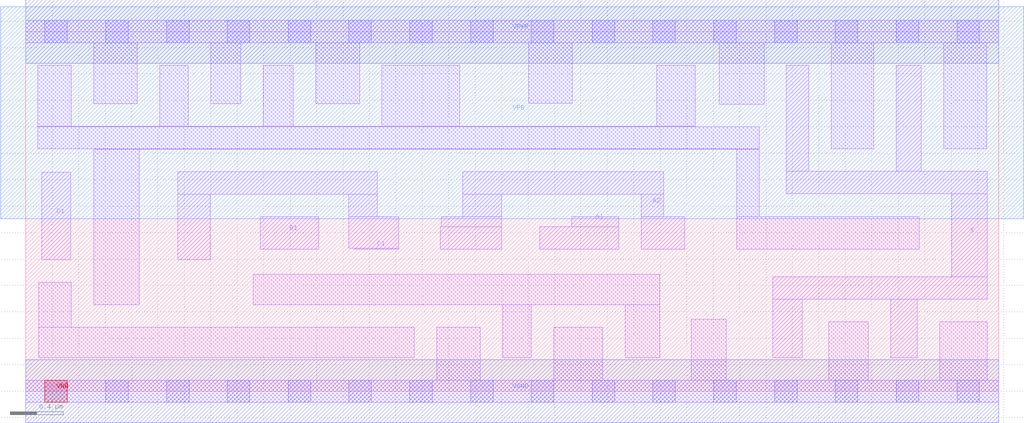
<source format=lef>
# Copyright 2020 The SkyWater PDK Authors
#
# Licensed under the Apache License, Version 2.0 (the "License");
# you may not use this file except in compliance with the License.
# You may obtain a copy of the License at
#
#     https://www.apache.org/licenses/LICENSE-2.0
#
# Unless required by applicable law or agreed to in writing, software
# distributed under the License is distributed on an "AS IS" BASIS,
# WITHOUT WARRANTIES OR CONDITIONS OF ANY KIND, either express or implied.
# See the License for the specific language governing permissions and
# limitations under the License.
#
# SPDX-License-Identifier: Apache-2.0

VERSION 5.7 ;
  NOWIREEXTENSIONATPIN ON ;
  DIVIDERCHAR "/" ;
  BUSBITCHARS "[]" ;
MACRO sky130_fd_sc_hd__o2111a_4
  CLASS CORE ;
  FOREIGN sky130_fd_sc_hd__o2111a_4 ;
  ORIGIN  0.000000  0.000000 ;
  SIZE  7.360000 BY  2.720000 ;
  SYMMETRY X Y R90 ;
  SITE unithd ;
  PIN A1
    ANTENNAGATEAREA  0.495000 ;
    DIRECTION INPUT ;
    USE SIGNAL ;
    PORT
      LAYER li1 ;
        RECT 3.890000 1.075000 4.485000 1.245000 ;
        RECT 4.130000 1.245000 4.485000 1.320000 ;
    END
  END A1
  PIN A2
    ANTENNAGATEAREA  0.495000 ;
    DIRECTION INPUT ;
    USE SIGNAL ;
    PORT
      LAYER li1 ;
        RECT 3.135000 1.075000 3.600000 1.245000 ;
        RECT 3.145000 1.245000 3.600000 1.320000 ;
        RECT 3.305000 1.320000 3.600000 1.490000 ;
        RECT 3.305000 1.490000 4.825000 1.660000 ;
        RECT 4.655000 1.075000 4.985000 1.320000 ;
        RECT 4.655000 1.320000 4.825000 1.490000 ;
    END
  END A2
  PIN B1
    ANTENNAGATEAREA  0.495000 ;
    DIRECTION INPUT ;
    USE SIGNAL ;
    PORT
      LAYER li1 ;
        RECT 1.775000 1.075000 2.215000 1.320000 ;
    END
  END B1
  PIN C1
    ANTENNAGATEAREA  0.495000 ;
    DIRECTION INPUT ;
    USE SIGNAL ;
    PORT
      LAYER li1 ;
        RECT 1.150000 0.995000 1.395000 1.490000 ;
        RECT 1.150000 1.490000 2.660000 1.660000 ;
        RECT 2.445000 1.080000 2.820000 1.320000 ;
        RECT 2.445000 1.320000 2.660000 1.490000 ;
        RECT 2.490000 1.075000 2.820000 1.080000 ;
    END
  END C1
  PIN D1
    ANTENNAGATEAREA  0.495000 ;
    DIRECTION INPUT ;
    USE SIGNAL ;
    PORT
      LAYER li1 ;
        RECT 0.120000 0.995000 0.340000 1.655000 ;
    END
  END D1
  PIN VNB
    PORT
      LAYER pwell ;
        RECT 0.145000 -0.085000 0.315000 0.085000 ;
    END
  END VNB
  PIN VPB
    PORT
      LAYER nwell ;
        RECT -0.190000 1.305000 7.550000 2.910000 ;
    END
  END VPB
  PIN X
    ANTENNADIFFAREA  0.962500 ;
    DIRECTION OUTPUT ;
    USE SIGNAL ;
    PORT
      LAYER li1 ;
        RECT 5.650000 0.255000 5.875000 0.695000 ;
        RECT 5.650000 0.695000 7.275000 0.865000 ;
        RECT 5.755000 1.495000 7.275000 1.665000 ;
        RECT 5.755000 1.665000 5.925000 2.465000 ;
        RECT 6.545000 0.255000 6.745000 0.695000 ;
        RECT 6.585000 1.665000 6.775000 2.465000 ;
        RECT 7.005000 0.865000 7.275000 1.495000 ;
    END
  END X
  PIN VGND
    DIRECTION INOUT ;
    SHAPE ABUTMENT ;
    USE GROUND ;
    PORT
      LAYER met1 ;
        RECT 0.000000 -0.240000 7.360000 0.240000 ;
    END
  END VGND
  PIN VPWR
    DIRECTION INOUT ;
    SHAPE ABUTMENT ;
    USE POWER ;
    PORT
      LAYER met1 ;
        RECT 0.000000 2.480000 7.360000 2.960000 ;
    END
  END VPWR
  OBS
    LAYER li1 ;
      RECT 0.000000 -0.085000 7.360000 0.085000 ;
      RECT 0.000000  2.635000 7.360000 2.805000 ;
      RECT 0.090000  1.835000 5.550000 2.000000 ;
      RECT 0.090000  2.000000 5.065000 2.005000 ;
      RECT 0.090000  2.005000 0.345000 2.465000 ;
      RECT 0.100000  0.255000 2.940000 0.485000 ;
      RECT 0.100000  0.485000 0.345000 0.825000 ;
      RECT 0.515000  0.655000 0.860000 1.830000 ;
      RECT 0.515000  1.830000 5.550000 1.835000 ;
      RECT 0.515000  2.175000 0.845000 2.635000 ;
      RECT 1.015000  2.005000 1.230000 2.465000 ;
      RECT 1.400000  2.175000 1.625000 2.635000 ;
      RECT 1.720000  0.655000 4.795000 0.885000 ;
      RECT 1.795000  2.005000 2.025000 2.465000 ;
      RECT 2.195000  2.175000 2.525000 2.635000 ;
      RECT 2.695000  2.005000 3.285000 2.465000 ;
      RECT 3.110000  0.085000 3.440000 0.485000 ;
      RECT 3.610000  0.255000 3.825000 0.655000 ;
      RECT 3.805000  2.180000 4.135000 2.635000 ;
      RECT 3.995000  0.085000 4.365000 0.485000 ;
      RECT 4.535000  0.255000 4.795000 0.655000 ;
      RECT 4.775000  2.005000 5.065000 2.465000 ;
      RECT 5.035000  0.085000 5.300000 0.545000 ;
      RECT 5.245000  2.170000 5.585000 2.635000 ;
      RECT 5.380000  1.075000 6.760000 1.320000 ;
      RECT 5.380000  1.320000 5.550000 1.830000 ;
      RECT 6.075000  0.085000 6.375000 0.525000 ;
      RECT 6.095000  1.835000 6.415000 2.635000 ;
      RECT 6.915000  0.085000 7.275000 0.525000 ;
      RECT 6.945000  1.835000 7.270000 2.635000 ;
    LAYER mcon ;
      RECT 0.145000 -0.085000 0.315000 0.085000 ;
      RECT 0.145000  2.635000 0.315000 2.805000 ;
      RECT 0.605000 -0.085000 0.775000 0.085000 ;
      RECT 0.605000  2.635000 0.775000 2.805000 ;
      RECT 1.065000 -0.085000 1.235000 0.085000 ;
      RECT 1.065000  2.635000 1.235000 2.805000 ;
      RECT 1.525000 -0.085000 1.695000 0.085000 ;
      RECT 1.525000  2.635000 1.695000 2.805000 ;
      RECT 1.985000 -0.085000 2.155000 0.085000 ;
      RECT 1.985000  2.635000 2.155000 2.805000 ;
      RECT 2.445000 -0.085000 2.615000 0.085000 ;
      RECT 2.445000  2.635000 2.615000 2.805000 ;
      RECT 2.905000 -0.085000 3.075000 0.085000 ;
      RECT 2.905000  2.635000 3.075000 2.805000 ;
      RECT 3.365000 -0.085000 3.535000 0.085000 ;
      RECT 3.365000  2.635000 3.535000 2.805000 ;
      RECT 3.825000 -0.085000 3.995000 0.085000 ;
      RECT 3.825000  2.635000 3.995000 2.805000 ;
      RECT 4.285000 -0.085000 4.455000 0.085000 ;
      RECT 4.285000  2.635000 4.455000 2.805000 ;
      RECT 4.745000 -0.085000 4.915000 0.085000 ;
      RECT 4.745000  2.635000 4.915000 2.805000 ;
      RECT 5.205000 -0.085000 5.375000 0.085000 ;
      RECT 5.205000  2.635000 5.375000 2.805000 ;
      RECT 5.665000 -0.085000 5.835000 0.085000 ;
      RECT 5.665000  2.635000 5.835000 2.805000 ;
      RECT 6.125000 -0.085000 6.295000 0.085000 ;
      RECT 6.125000  2.635000 6.295000 2.805000 ;
      RECT 6.585000 -0.085000 6.755000 0.085000 ;
      RECT 6.585000  2.635000 6.755000 2.805000 ;
      RECT 7.045000 -0.085000 7.215000 0.085000 ;
      RECT 7.045000  2.635000 7.215000 2.805000 ;
  END
END sky130_fd_sc_hd__o2111a_4
END LIBRARY

</source>
